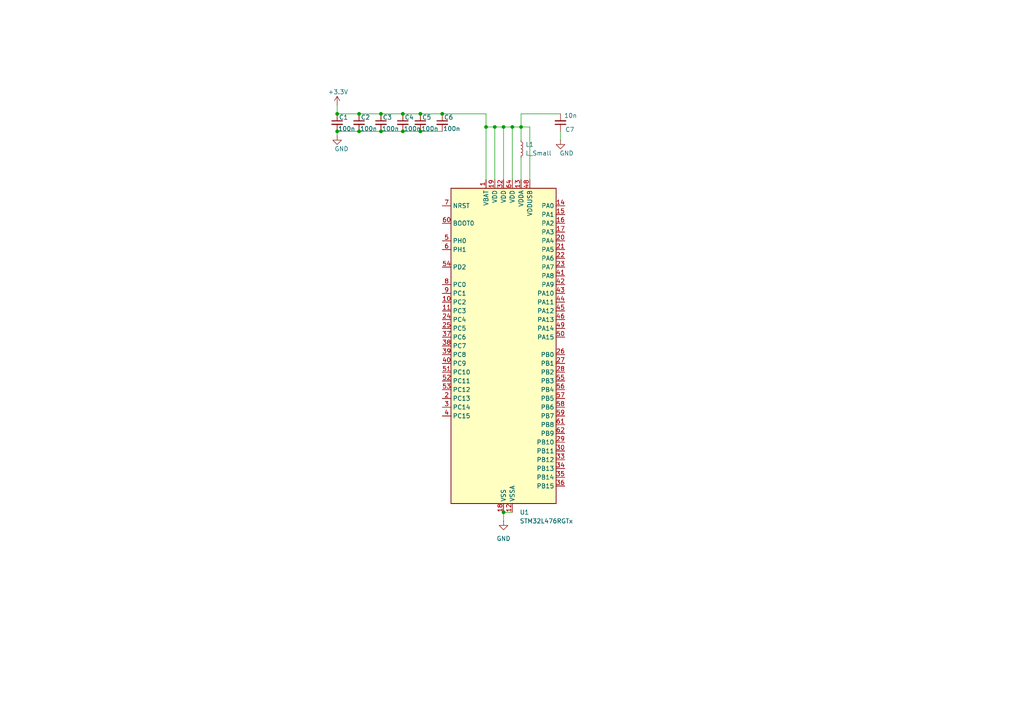
<source format=kicad_sch>
(kicad_sch (version 20250114) (generator "eeschema") (generator_version "9.0")
  (paper "A4")
  (lib_symbols
    (symbol "Device:C_Small" (pin_numbers (hide yes)) (pin_names (offset 0.254) (hide yes))
      (property "Reference" "C" (at 0.254 1.778 0))
      (property "Value" "C_Small" (at 0.254 -2.032 0))
      (symbol "C_Small_0_1"
        (polyline (pts (xy -1.524 0.508) (xy 1.524 0.508)) (stroke (width 0.3048)))
        (polyline (pts (xy -1.524 -0.508) (xy 1.524 -0.508)) (stroke (width 0.3302)))
      )
      (symbol "C_Small_1_1"
        (pin passive line (at 0 2.54 270) (length 2.032) (name "~") (number "1"))
        (pin passive line (at 0 -2.54 90) (length 2.032) (name "~") (number "2"))
      )
    )
    (symbol "Device:L_Small" (pin_numbers (hide yes)) (pin_names (offset 0.254) (hide yes))
      (property "Reference" "L" (at 0.762 1.016 0))
      (property "Value" "L_Small" (at 0.762 -1.016 0))
      (symbol "L_Small_0_1"
        (arc (start 0 2.032) (mid 0.5058 1.524) (end 0 1.016))
        (arc (start 0 1.016) (mid 0.5058 0.508) (end 0 0))
        (arc (start 0 0) (mid 0.5058 -0.508) (end 0 -1.016))
        (arc (start 0 -1.016) (mid 0.5058 -1.524) (end 0 -2.032))
      )
      (symbol "L_Small_1_1"
        (pin passive line (at 0 2.54 270) (length 0.508) (name "~") (number "1"))
        (pin passive line (at 0 -2.54 90) (length 0.508) (name "~") (number "2"))
      )
    )
    (symbol "MCU_ST_STM32L4:STM32L476RGTx"
      (property "Reference" "U" (at -15.24 46.99 0))
      (property "Value" "STM32L476RGTx" (at 10.16 46.99 0))
      (symbol "STM32L476RGTx_0_1"
        (rectangle (start -15.24 -45.72) (end 15.24 45.72) (stroke (width 0.254)) (fill (type background)))
      )
      (symbol "STM32L476RGTx_1_1"
        (pin input line (at -17.78 40.64 0) (length 2.54) (name "NRST") (number "7"))
        (pin input line (at -17.78 35.56 0) (length 2.54) (name "BOOT0") (number "60"))
        (pin bidirectional line (at -17.78 30.48 0) (length 2.54) (name "PH0") (number "5"))
        (pin bidirectional line (at -17.78 27.94 0) (length 2.54) (name "PH1") (number "6"))
        (pin bidirectional line (at -17.78 22.86 0) (length 2.54) (name "PD2") (number "54"))
        (pin bidirectional line (at -17.78 17.78 0) (length 2.54) (name "PC0") (number "8"))
        (pin bidirectional line (at -17.78 15.24 0) (length 2.54) (name "PC1") (number "9"))
        (pin bidirectional line (at -17.78 12.7 0) (length 2.54) (name "PC2") (number "10"))
        (pin bidirectional line (at -17.78 10.16 0) (length 2.54) (name "PC3") (number "11"))
        (pin bidirectional line (at -17.78 7.62 0) (length 2.54) (name "PC4") (number "24"))
        (pin bidirectional line (at -17.78 5.08 0) (length 2.54) (name "PC5") (number "25"))
        (pin bidirectional line (at -17.78 2.54 0) (length 2.54) (name "PC6") (number "37"))
        (pin bidirectional line (at -17.78 0 0) (length 2.54) (name "PC7") (number "38"))
        (pin bidirectional line (at -17.78 -2.54 0) (length 2.54) (name "PC8") (number "39"))
        (pin bidirectional line (at -17.78 -5.08 0) (length 2.54) (name "PC9") (number "40"))
        (pin bidirectional line (at -17.78 -7.62 0) (length 2.54) (name "PC10") (number "51"))
        (pin bidirectional line (at -17.78 -10.16 0) (length 2.54) (name "PC11") (number "52"))
        (pin bidirectional line (at -17.78 -12.7 0) (length 2.54) (name "PC12") (number "53"))
        (pin bidirectional line (at -17.78 -15.24 0) (length 2.54) (name "PC13") (number "2"))
        (pin bidirectional line (at -17.78 -17.78 0) (length 2.54) (name "PC14") (number "3"))
        (pin bidirectional line (at -17.78 -20.32 0) (length 2.54) (name "PC15") (number "4"))
        (pin power_in line (at -5.08 48.26 270) (length 2.54) (name "VBAT") (number "1"))
        (pin power_in line (at -2.54 48.26 270) (length 2.54) (name "VDD") (number "19"))
        (pin power_in line (at 0 48.26 270) (length 2.54) (name "VDD") (number "32"))
        (pin power_in line (at 0 -48.26 90) (length 2.54) (name "VSS") (number "18"))
        (pin passive line (at 0 -48.26 90) (length 2.54) (hide yes) (name "VSS") (number "31"))
        (pin passive line (at 0 -48.26 90) (length 2.54) (hide yes) (name "VSS") (number "47"))
        (pin passive line (at 0 -48.26 90) (length 2.54) (hide yes) (name "VSS") (number "63"))
        (pin power_in line (at 2.54 48.26 270) (length 2.54) (name "VDD") (number "64"))
        (pin power_in line (at 2.54 -48.26 90) (length 2.54) (name "VSSA") (number "12"))
        (pin power_in line (at 5.08 48.26 270) (length 2.54) (name "VDDA") (number "13"))
        (pin power_in line (at 7.62 48.26 270) (length 2.54) (name "VDDUSB") (number "48"))
        (pin bidirectional line (at 17.78 40.64 180) (length 2.54) (name "PA0") (number "14"))
        (pin bidirectional line (at 17.78 38.1 180) (length 2.54) (name "PA1") (number "15"))
        (pin bidirectional line (at 17.78 35.56 180) (length 2.54) (name "PA2") (number "16"))
        (pin bidirectional line (at 17.78 33.02 180) (length 2.54) (name "PA3") (number "17"))
        (pin bidirectional line (at 17.78 30.48 180) (length 2.54) (name "PA4") (number "20"))
        (pin bidirectional line (at 17.78 27.94 180) (length 2.54) (name "PA5") (number "21"))
        (pin bidirectional line (at 17.78 25.4 180) (length 2.54) (name "PA6") (number "22"))
        (pin bidirectional line (at 17.78 22.86 180) (length 2.54) (name "PA7") (number "23"))
        (pin bidirectional line (at 17.78 20.32 180) (length 2.54) (name "PA8") (number "41"))
        (pin bidirectional line (at 17.78 17.78 180) (length 2.54) (name "PA9") (number "42"))
        (pin bidirectional line (at 17.78 15.24 180) (length 2.54) (name "PA10") (number "43"))
        (pin bidirectional line (at 17.78 12.7 180) (length 2.54) (name "PA11") (number "44"))
        (pin bidirectional line (at 17.78 10.16 180) (length 2.54) (name "PA12") (number "45"))
        (pin bidirectional line (at 17.78 7.62 180) (length 2.54) (name "PA13") (number "46"))
        (pin bidirectional line (at 17.78 5.08 180) (length 2.54) (name "PA14") (number "49"))
        (pin bidirectional line (at 17.78 2.54 180) (length 2.54) (name "PA15") (number "50"))
        (pin bidirectional line (at 17.78 -2.54 180) (length 2.54) (name "PB0") (number "26"))
        (pin bidirectional line (at 17.78 -5.08 180) (length 2.54) (name "PB1") (number "27"))
        (pin bidirectional line (at 17.78 -7.62 180) (length 2.54) (name "PB2") (number "28"))
        (pin bidirectional line (at 17.78 -10.16 180) (length 2.54) (name "PB3") (number "55"))
        (pin bidirectional line (at 17.78 -12.7 180) (length 2.54) (name "PB4") (number "56"))
        (pin bidirectional line (at 17.78 -15.24 180) (length 2.54) (name "PB5") (number "57"))
        (pin bidirectional line (at 17.78 -17.78 180) (length 2.54) (name "PB6") (number "58"))
        (pin bidirectional line (at 17.78 -20.32 180) (length 2.54) (name "PB7") (number "59"))
        (pin bidirectional line (at 17.78 -22.86 180) (length 2.54) (name "PB8") (number "61"))
        (pin bidirectional line (at 17.78 -25.4 180) (length 2.54) (name "PB9") (number "62"))
        (pin bidirectional line (at 17.78 -27.94 180) (length 2.54) (name "PB10") (number "29"))
        (pin bidirectional line (at 17.78 -30.48 180) (length 2.54) (name "PB11") (number "30"))
        (pin bidirectional line (at 17.78 -33.02 180) (length 2.54) (name "PB12") (number "33"))
        (pin bidirectional line (at 17.78 -35.56 180) (length 2.54) (name "PB13") (number "34"))
        (pin bidirectional line (at 17.78 -38.1 180) (length 2.54) (name "PB14") (number "35"))
        (pin bidirectional line (at 17.78 -40.64 180) (length 2.54) (name "PB15") (number "36"))
      )
    )
    (symbol "power:+3.3V" (power) (pin_numbers (hide yes)) (pin_names (offset 0) (hide yes))
      (property "Value" "+3.3V" (at 0 3.556 0))
      (symbol "+3.3V_0_1"
        (polyline (pts (xy -0.762 1.27) (xy 0 2.54)))
        (polyline (pts (xy 0 2.54) (xy 0.762 1.27)))
        (polyline (pts (xy 0 0) (xy 0 2.54)))
      )
      (symbol "+3.3V_1_1"
        (pin power_in line (at 0 0 90) (length 0) (name "~") (number "1"))
      )
    )
    (symbol "power:GND" (power) (pin_numbers (hide yes)) (pin_names (offset 0) (hide yes))
      (property "Value" "GND" (at 0 -3.81 0))
      (symbol "GND_0_1"
        (polyline (pts (xy 0 0) (xy 0 -1.27) (xy 1.27 -1.27) (xy 0 -2.54) (xy -1.27 -1.27) (xy 0 -1.27)))
      )
      (symbol "GND_1_1"
        (pin power_in line (at 0 0 270) (length 0) (name "~") (number "1"))
      )
    )
  )
  (junction (at 146.05 36.83))
  (junction (at 116.84 38.1))
  (junction (at 148.59 36.83))
  (junction (at 110.49 38.1))
  (junction (at 97.79 38.1))
  (junction (at 146.05 148.59))
  (junction (at 128.27 33.02))
  (junction (at 121.92 38.1))
  (junction (at 151.13 36.83))
  (junction (at 110.49 33.02))
  (junction (at 104.14 33.02))
  (junction (at 143.51 36.83))
  (junction (at 116.84 33.02))
  (junction (at 104.14 38.1))
  (junction (at 121.92 33.02))
  (junction (at 140.97 36.83))
  (junction (at 97.79 33.02))
  (wire (pts (xy 151.13 33.02) (xy 162.56 33.02)))
  (wire (pts (xy 140.97 52.07) (xy 140.97 36.83)))
  (wire (pts (xy 104.14 33.02) (xy 110.49 33.02)))
  (wire (pts (xy 121.92 33.02) (xy 128.27 33.02)))
  (wire (pts (xy 162.56 38.1) (xy 162.56 40.64)))
  (wire (pts (xy 146.05 52.07) (xy 146.05 36.83)))
  (wire (pts (xy 104.14 38.1) (xy 110.49 38.1)))
  (wire (pts (xy 140.97 33.02) (xy 140.97 36.83)))
  (wire (pts (xy 97.79 38.1) (xy 104.14 38.1)))
  (wire (pts (xy 97.79 30.48) (xy 97.79 33.02)))
  (wire (pts (xy 151.13 36.83) (xy 148.59 36.83)))
  (wire (pts (xy 143.51 36.83) (xy 140.97 36.83)))
  (wire (pts (xy 97.79 33.02) (xy 104.14 33.02)))
  (wire (pts (xy 153.67 52.07) (xy 153.67 36.83)))
  (wire (pts (xy 116.84 38.1) (xy 121.92 38.1)))
  (wire (pts (xy 146.05 36.83) (xy 143.51 36.83)))
  (wire (pts (xy 153.67 36.83) (xy 151.13 36.83)))
  (wire (pts (xy 110.49 33.02) (xy 116.84 33.02)))
  (wire (pts (xy 116.84 33.02) (xy 121.92 33.02)))
  (wire (pts (xy 148.59 52.07) (xy 148.59 36.83)))
  (wire (pts (xy 143.51 52.07) (xy 143.51 36.83)))
  (wire (pts (xy 146.05 148.59) (xy 148.59 148.59)))
  (wire (pts (xy 128.27 33.02) (xy 140.97 33.02)))
  (wire (pts (xy 151.13 33.02) (xy 151.13 36.83)))
  (wire (pts (xy 121.92 38.1) (xy 128.27 38.1)))
  (wire (pts (xy 97.79 38.1) (xy 97.79 39.37)))
  (wire (pts (xy 151.13 40.64) (xy 151.13 36.83)))
  (wire (pts (xy 151.13 45.72) (xy 151.13 52.07)))
  (wire (pts (xy 148.59 36.83) (xy 146.05 36.83)))
  (wire (pts (xy 146.05 148.59) (xy 146.05 151.13)))
  (wire (pts (xy 110.49 38.1) (xy 116.84 38.1)))
  (symbol (lib_id "Device:C_Small") (at 110.49 35.56 0) (unit 1)
    (property "Reference" "C3" (at 110.998 34.036 0) (effects (justify left)))
    (property "Value" "100n" (at 110.744 37.338 0) (effects (justify left)))
    (property "Footprint" "Capacitor_SMD:C_0402_1005Metric" (effects (hide yes)))
    (property "Description" "Unpolarized capacitor, small symbol" (effects (hide yes)))
  )
  (symbol (lib_id "Device:C_Small") (at 104.14 35.56 0) (unit 1)
    (property "Reference" "C2" (at 104.648 34.036 0) (effects (justify left)))
    (property "Value" "100n" (at 104.394 37.338 0) (effects (justify left)))
    (property "Footprint" "Capacitor_SMD:C_0402_1005Metric" (effects (hide yes)))
    (property "Description" "Unpolarized capacitor, small symbol" (effects (hide yes)))
  )
  (symbol (lib_id "Device:C_Small") (at 116.84 35.56 0) (unit 1)
    (property "Reference" "C4" (at 117.348 34.036 0) (effects (justify left)))
    (property "Value" "100n" (at 117.094 37.338 0) (effects (justify left)))
    (property "Footprint" "Capacitor_SMD:C_0402_1005Metric" (effects (hide yes)))
    (property "Description" "Unpolarized capacitor, small symbol" (effects (hide yes)))
  )
  (symbol (lib_id "power:GND") (at 146.05 151.13 0) (unit 1)
    (property "Reference" "#PWR01" (effects (hide yes)))
    (property "Value" "GND" (at 146.05 156.21 0))
    (property "Description" "Power symbol creates a global label with name \"GND\" , ground" (effects (hide yes)))
  )
  (symbol (lib_id "Device:C_Small") (at 97.79 35.56 0) (unit 1)
    (property "Reference" "C1" (at 98.298 34.036 0) (effects (justify left)))
    (property "Value" "100n" (at 98.044 37.338 0) (effects (justify left)))
    (property "Footprint" "Capacitor_SMD:C_0402_1005Metric" (effects (hide yes)))
    (property "Description" "Unpolarized capacitor, small symbol" (effects (hide yes)))
  )
  (symbol (lib_id "MCU_ST_STM32L4:STM32L476RGTx") (at 146.05 100.33 0) (unit 1)
    (property "Reference" "U1" (at 150.7333 148.59 0) (effects (justify left)))
    (property "Value" "STM32L476RGTx" (at 150.7333 151.13 0) (effects (justify left)))
    (property "Footprint" "Package_QFP:LQFP-64_10x10mm_P0.5mm" (effects (hide yes)))
    (property "Datasheet" "https://www.st.com/resource/en/datasheet/stm32l476rg.pdf" (effects (hide yes)))
    (property "Description" "STMicroelectronics Arm Cortex-M4 MCU, 1024KB flash, 128KB RAM, 80 MHz, 1.71-3.6V, 51 GPIO, LQFP64" (effects (hide yes)))
  )
  (symbol (lib_id "Device:L_Small") (at 151.13 43.18 0) (unit 1)
    (property "Reference" "L1" (at 152.4 41.9099 0) (effects (justify left)))
    (property "Value" "L_Small" (at 152.4 44.4499 0) (effects (justify left)))
    (property "Description" "Inductor, small symbol" (effects (hide yes)))
  )
  (symbol (lib_id "Device:C_Small") (at 128.27 35.56 0) (unit 1)
    (property "Reference" "C6" (at 128.778 34.036 0) (effects (justify left)))
    (property "Value" "100n" (at 128.524 37.338 0) (effects (justify left)))
    (property "Footprint" "Capacitor_SMD:C_0402_1005Metric" (effects (hide yes)))
    (property "Description" "Unpolarized capacitor, small symbol" (effects (hide yes)))
  )
  (symbol (lib_id "power:+3.3V") (at 97.79 30.48 0) (unit 1)
    (property "Reference" "#PWR02" (effects (hide yes)))
    (property "Value" "+3.3V" (at 98.044 26.67 0))
    (property "Description" "Power symbol creates a global label with name \"+3.3V\"" (effects (hide yes)))
  )
  (symbol (lib_id "Device:C_Small") (at 121.92 35.56 0) (unit 1)
    (property "Reference" "C5" (at 122.428 34.036 0) (effects (justify left)))
    (property "Value" "100n" (at 122.174 37.338 0) (effects (justify left)))
    (property "Footprint" "Capacitor_SMD:C_0402_1005Metric" (effects (hide yes)))
    (property "Description" "Unpolarized capacitor, small symbol" (effects (hide yes)))
  )
  (symbol (lib_id "Device:C_Small") (at 162.56 35.56 180) (unit 1)
    (property "Reference" "C7" (at 166.624 37.592 0) (effects (justify left)))
    (property "Value" "10n" (at 167.386 33.528 0) (effects (justify left)))
    (property "Footprint" "Capacitor_SMD:C_0402_1005Metric" (effects (hide yes)))
    (property "Description" "Unpolarized capacitor, small symbol" (effects (hide yes)))
  )
  (symbol (lib_id "power:GND") (at 162.56 40.64 0) (unit 1)
    (property "Reference" "#PWR04" (effects (hide yes)))
    (property "Value" "GND" (at 164.338 44.45 0))
    (property "Description" "Power symbol creates a global label with name \"GND\" , ground" (effects (hide yes)))
  )
  (symbol (lib_id "power:GND") (at 97.79 39.37 0) (unit 1)
    (property "Reference" "#PWR03" (effects (hide yes)))
    (property "Value" "GND" (at 99.06 43.18 0))
    (property "Description" "Power symbol creates a global label with name \"GND\" , ground" (effects (hide yes)))
  )
)
</source>
